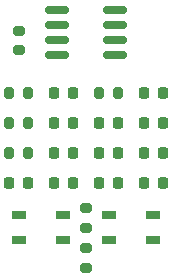
<source format=gbr>
%TF.GenerationSoftware,KiCad,Pcbnew,6.0.11+dfsg-1*%
%TF.CreationDate,2023-06-10T11:59:29-05:00*%
%TF.ProjectId,watch,77617463-682e-46b6-9963-61645f706362,rev?*%
%TF.SameCoordinates,Original*%
%TF.FileFunction,Paste,Top*%
%TF.FilePolarity,Positive*%
%FSLAX46Y46*%
G04 Gerber Fmt 4.6, Leading zero omitted, Abs format (unit mm)*
G04 Created by KiCad (PCBNEW 6.0.11+dfsg-1) date 2023-06-10 11:59:29*
%MOMM*%
%LPD*%
G01*
G04 APERTURE LIST*
G04 Aperture macros list*
%AMRoundRect*
0 Rectangle with rounded corners*
0 $1 Rounding radius*
0 $2 $3 $4 $5 $6 $7 $8 $9 X,Y pos of 4 corners*
0 Add a 4 corners polygon primitive as box body*
4,1,4,$2,$3,$4,$5,$6,$7,$8,$9,$2,$3,0*
0 Add four circle primitives for the rounded corners*
1,1,$1+$1,$2,$3*
1,1,$1+$1,$4,$5*
1,1,$1+$1,$6,$7*
1,1,$1+$1,$8,$9*
0 Add four rect primitives between the rounded corners*
20,1,$1+$1,$2,$3,$4,$5,0*
20,1,$1+$1,$4,$5,$6,$7,0*
20,1,$1+$1,$6,$7,$8,$9,0*
20,1,$1+$1,$8,$9,$2,$3,0*%
G04 Aperture macros list end*
%ADD10RoundRect,0.200000X-0.275000X0.200000X-0.275000X-0.200000X0.275000X-0.200000X0.275000X0.200000X0*%
%ADD11RoundRect,0.218750X0.218750X0.256250X-0.218750X0.256250X-0.218750X-0.256250X0.218750X-0.256250X0*%
%ADD12RoundRect,0.200000X0.275000X-0.200000X0.275000X0.200000X-0.275000X0.200000X-0.275000X-0.200000X0*%
%ADD13RoundRect,0.218750X-0.218750X-0.256250X0.218750X-0.256250X0.218750X0.256250X-0.218750X0.256250X0*%
%ADD14RoundRect,0.200000X-0.200000X-0.275000X0.200000X-0.275000X0.200000X0.275000X-0.200000X0.275000X0*%
%ADD15RoundRect,0.150000X0.825000X0.150000X-0.825000X0.150000X-0.825000X-0.150000X0.825000X-0.150000X0*%
%ADD16R,1.309599X0.669600*%
G04 APERTURE END LIST*
D10*
%TO.C,R7*%
X57785000Y-54420000D03*
X57785000Y-56070000D03*
%TD*%
D11*
%TO.C,D4*%
X66192500Y-64770000D03*
X64617500Y-64770000D03*
%TD*%
D12*
%TO.C,R5*%
X63500000Y-71120000D03*
X63500000Y-69470000D03*
%TD*%
D13*
%TO.C,D7*%
X68427500Y-59690000D03*
X70002500Y-59690000D03*
%TD*%
D11*
%TO.C,D9*%
X58572500Y-67310000D03*
X56997500Y-67310000D03*
%TD*%
D14*
%TO.C,R2*%
X56960000Y-62230000D03*
X58610000Y-62230000D03*
%TD*%
D15*
%TO.C,U1*%
X65975000Y-56515000D03*
X65975000Y-55245000D03*
X65975000Y-53975000D03*
X65975000Y-52705000D03*
X61025000Y-52705000D03*
X61025000Y-53975000D03*
X61025000Y-55245000D03*
X61025000Y-56515000D03*
%TD*%
D11*
%TO.C,D10*%
X62382500Y-67310000D03*
X60807500Y-67310000D03*
%TD*%
%TO.C,D12*%
X70002500Y-64770000D03*
X68427500Y-64770000D03*
%TD*%
D13*
%TO.C,D5*%
X60807500Y-59690000D03*
X62382500Y-59690000D03*
%TD*%
D16*
%TO.C,SW1*%
X57848500Y-70070000D03*
X57848500Y-72170000D03*
X61531500Y-72170000D03*
X61531500Y-70070000D03*
%TD*%
D13*
%TO.C,D11*%
X68427500Y-62230000D03*
X70002500Y-62230000D03*
%TD*%
D11*
%TO.C,D1*%
X66192500Y-67310000D03*
X64617500Y-67310000D03*
%TD*%
D13*
%TO.C,D6*%
X64617500Y-62230000D03*
X66192500Y-62230000D03*
%TD*%
D16*
%TO.C,SW2*%
X65468500Y-70070000D03*
X65468500Y-72170000D03*
X69151500Y-72170000D03*
X69151500Y-70070000D03*
%TD*%
D13*
%TO.C,D8*%
X60807500Y-64770000D03*
X62382500Y-64770000D03*
%TD*%
D14*
%TO.C,R4*%
X56960000Y-59690000D03*
X58610000Y-59690000D03*
%TD*%
D11*
%TO.C,D2*%
X70002500Y-67310000D03*
X68427500Y-67310000D03*
%TD*%
D12*
%TO.C,R6*%
X63500000Y-74485000D03*
X63500000Y-72835000D03*
%TD*%
D14*
%TO.C,R1*%
X56960000Y-64770000D03*
X58610000Y-64770000D03*
%TD*%
D11*
%TO.C,D3*%
X62382500Y-62230000D03*
X60807500Y-62230000D03*
%TD*%
D14*
%TO.C,R3*%
X64580000Y-59690000D03*
X66230000Y-59690000D03*
%TD*%
M02*

</source>
